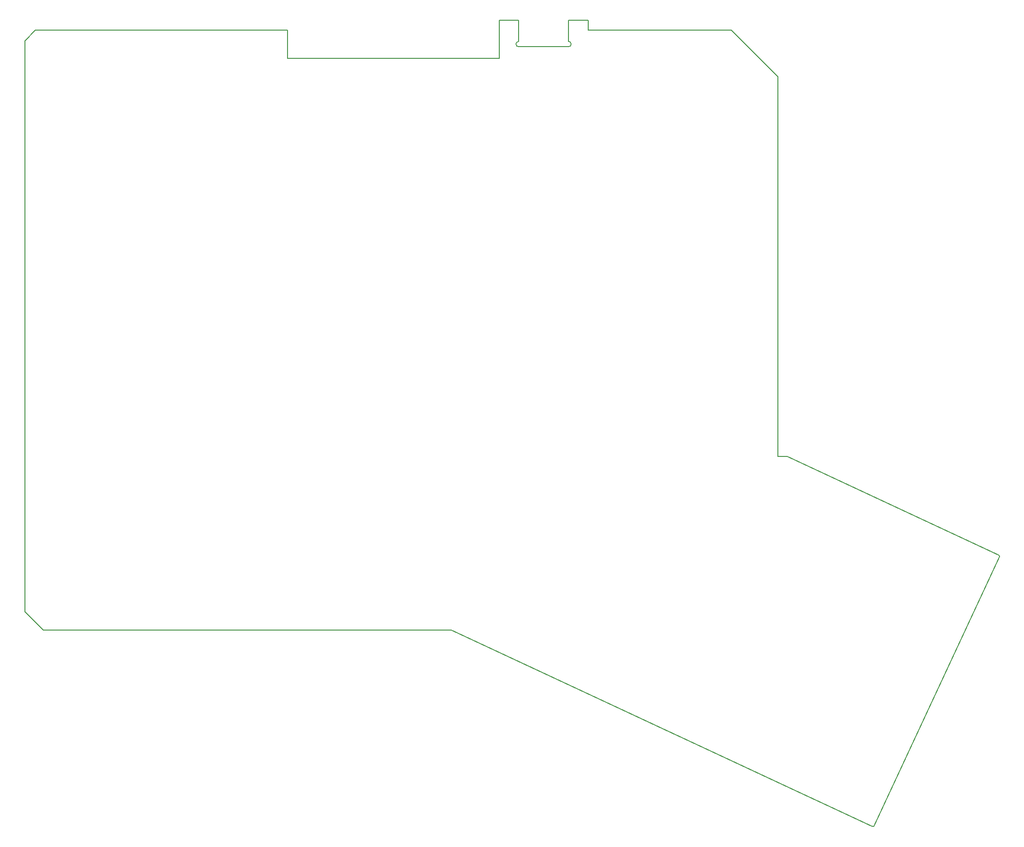
<source format=gm1>
G04 #@! TF.GenerationSoftware,KiCad,Pcbnew,5.1.6-c6e7f7d~87~ubuntu20.04.1*
G04 #@! TF.CreationDate,2020-08-07T18:47:16+02:00*
G04 #@! TF.ProjectId,ICEDLeft,49434544-4c65-4667-942e-6b696361645f,1.2b*
G04 #@! TF.SameCoordinates,Original*
G04 #@! TF.FileFunction,Profile,NP*
%FSLAX46Y46*%
G04 Gerber Fmt 4.6, Leading zero omitted, Abs format (unit mm)*
G04 Created by KiCad (PCBNEW 5.1.6-c6e7f7d~87~ubuntu20.04.1) date 2020-08-07 18:47:16*
%MOMM*%
%LPD*%
G01*
G04 APERTURE LIST*
G04 #@! TA.AperFunction,Profile*
%ADD10C,0.127000*%
G04 #@! TD*
G04 APERTURE END LIST*
D10*
X118999000Y-27559000D02*
X144780000Y-27559000D01*
X118999000Y-25781000D02*
X118999000Y-27559000D01*
X115468400Y-25781000D02*
X118999000Y-25781000D01*
X102997000Y-25781000D02*
X106527600Y-25781000D01*
X102997000Y-25781000D02*
X102997000Y-32639000D01*
X115468400Y-30530800D02*
G75*
G03*
X115963700Y-30035500I0J495300D01*
G01*
X115963700Y-30035500D02*
G75*
G03*
X115468400Y-29540200I-495300J0D01*
G01*
X106032300Y-30035500D02*
G75*
G03*
X106527600Y-30530800I495300J0D01*
G01*
X106527600Y-29540200D02*
G75*
G03*
X106032300Y-30035500I0J-495300D01*
G01*
X106527600Y-30530800D02*
X115468400Y-30530800D01*
X106527600Y-29540200D02*
X106527600Y-25781000D01*
X115468400Y-25781000D02*
X115468400Y-29540200D01*
X153162000Y-35941000D02*
X144780000Y-27559000D01*
X153162000Y-104267000D02*
X154813000Y-104267000D01*
X153162000Y-35941000D02*
X153162000Y-104267000D01*
X17653000Y-29464000D02*
X19558000Y-27559000D01*
X17653000Y-132207000D02*
X20955000Y-135509000D01*
X17653000Y-29464000D02*
X17653000Y-132207000D01*
X193040000Y-122301000D02*
X192913000Y-122047000D01*
X170053000Y-170815000D02*
X170434000Y-170815000D01*
X193040000Y-122301000D02*
X170434000Y-170815000D01*
X90170000Y-135509000D02*
X94361000Y-135509000D01*
X170053000Y-170815000D02*
X94361000Y-135509000D01*
X192913000Y-122047000D02*
X154813000Y-104267000D01*
X90170000Y-135509000D02*
X20955000Y-135509000D01*
X64897000Y-27559000D02*
X19558000Y-27559000D01*
X64897000Y-32639000D02*
X64897000Y-27559000D01*
X102997000Y-32639000D02*
X64897000Y-32639000D01*
M02*

</source>
